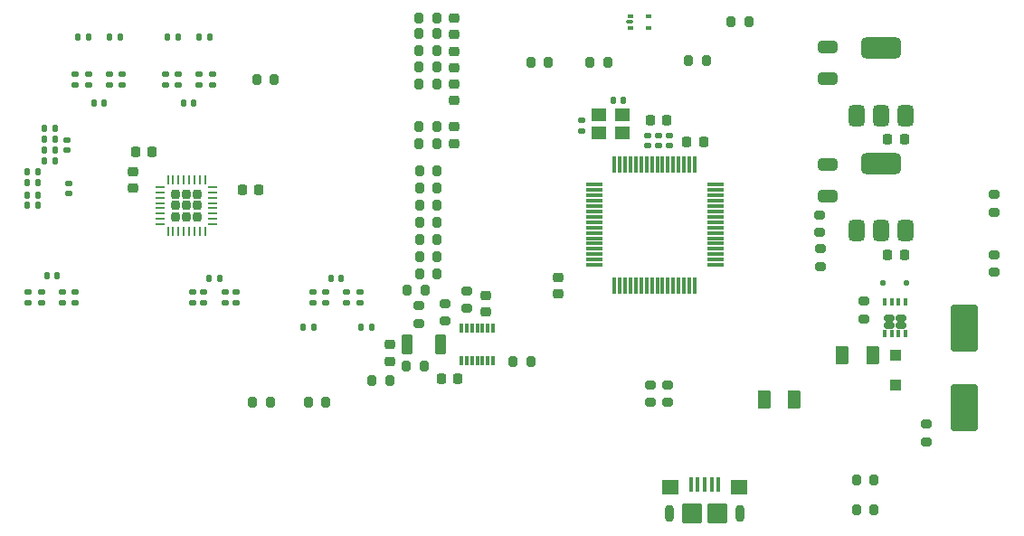
<source format=gbr>
%TF.GenerationSoftware,KiCad,Pcbnew,9.0.0*%
%TF.CreationDate,2025-07-15T20:23:25+12:00*%
%TF.ProjectId,ADC_Board,4144435f-426f-4617-9264-2e6b69636164,B*%
%TF.SameCoordinates,Original*%
%TF.FileFunction,Paste,Top*%
%TF.FilePolarity,Positive*%
%FSLAX46Y46*%
G04 Gerber Fmt 4.6, Leading zero omitted, Abs format (unit mm)*
G04 Created by KiCad (PCBNEW 9.0.0) date 2025-07-15 20:23:25*
%MOMM*%
%LPD*%
G01*
G04 APERTURE LIST*
G04 Aperture macros list*
%AMRoundRect*
0 Rectangle with rounded corners*
0 $1 Rounding radius*
0 $2 $3 $4 $5 $6 $7 $8 $9 X,Y pos of 4 corners*
0 Add a 4 corners polygon primitive as box body*
4,1,4,$2,$3,$4,$5,$6,$7,$8,$9,$2,$3,0*
0 Add four circle primitives for the rounded corners*
1,1,$1+$1,$2,$3*
1,1,$1+$1,$4,$5*
1,1,$1+$1,$6,$7*
1,1,$1+$1,$8,$9*
0 Add four rect primitives between the rounded corners*
20,1,$1+$1,$2,$3,$4,$5,0*
20,1,$1+$1,$4,$5,$6,$7,0*
20,1,$1+$1,$6,$7,$8,$9,0*
20,1,$1+$1,$8,$9,$2,$3,0*%
G04 Aperture macros list end*
%ADD10RoundRect,0.207500X0.207500X-0.207500X0.207500X0.207500X-0.207500X0.207500X-0.207500X-0.207500X0*%
%ADD11RoundRect,0.062500X0.062500X-0.375000X0.062500X0.375000X-0.062500X0.375000X-0.062500X-0.375000X0*%
%ADD12RoundRect,0.062500X0.375000X-0.062500X0.375000X0.062500X-0.375000X0.062500X-0.375000X-0.062500X0*%
%ADD13RoundRect,0.200000X0.275000X-0.200000X0.275000X0.200000X-0.275000X0.200000X-0.275000X-0.200000X0*%
%ADD14RoundRect,0.200000X-0.200000X-0.275000X0.200000X-0.275000X0.200000X0.275000X-0.200000X0.275000X0*%
%ADD15RoundRect,0.225000X-0.250000X0.225000X-0.250000X-0.225000X0.250000X-0.225000X0.250000X0.225000X0*%
%ADD16RoundRect,0.140000X0.170000X-0.140000X0.170000X0.140000X-0.170000X0.140000X-0.170000X-0.140000X0*%
%ADD17RoundRect,0.250000X0.275000X0.700000X-0.275000X0.700000X-0.275000X-0.700000X0.275000X-0.700000X0*%
%ADD18RoundRect,0.140000X-0.170000X0.140000X-0.170000X-0.140000X0.170000X-0.140000X0.170000X0.140000X0*%
%ADD19RoundRect,0.135000X-0.185000X0.135000X-0.185000X-0.135000X0.185000X-0.135000X0.185000X0.135000X0*%
%ADD20RoundRect,0.135000X0.135000X0.185000X-0.135000X0.185000X-0.135000X-0.185000X0.135000X-0.185000X0*%
%ADD21RoundRect,0.135000X-0.135000X-0.185000X0.135000X-0.185000X0.135000X0.185000X-0.135000X0.185000X0*%
%ADD22RoundRect,0.200000X-0.275000X0.200000X-0.275000X-0.200000X0.275000X-0.200000X0.275000X0.200000X0*%
%ADD23RoundRect,0.140000X0.140000X0.170000X-0.140000X0.170000X-0.140000X-0.170000X0.140000X-0.170000X0*%
%ADD24RoundRect,0.200000X0.200000X0.275000X-0.200000X0.275000X-0.200000X-0.275000X0.200000X-0.275000X0*%
%ADD25RoundRect,0.125000X0.125000X0.125000X-0.125000X0.125000X-0.125000X-0.125000X0.125000X-0.125000X0*%
%ADD26RoundRect,0.225000X-0.225000X-0.250000X0.225000X-0.250000X0.225000X0.250000X-0.225000X0.250000X0*%
%ADD27RoundRect,0.135000X0.185000X-0.135000X0.185000X0.135000X-0.185000X0.135000X-0.185000X-0.135000X0*%
%ADD28RoundRect,0.225000X0.250000X-0.225000X0.250000X0.225000X-0.250000X0.225000X-0.250000X-0.225000X0*%
%ADD29RoundRect,0.225000X0.225000X0.250000X-0.225000X0.250000X-0.225000X-0.250000X0.225000X-0.250000X0*%
%ADD30RoundRect,0.095000X-0.155000X-0.095000X0.155000X-0.095000X0.155000X0.095000X-0.155000X0.095000X0*%
%ADD31RoundRect,0.075000X-0.250000X-0.075000X0.250000X-0.075000X0.250000X0.075000X-0.250000X0.075000X0*%
%ADD32R,0.304800X0.972299*%
%ADD33RoundRect,0.140000X-0.140000X-0.170000X0.140000X-0.170000X0.140000X0.170000X-0.140000X0.170000X0*%
%ADD34RoundRect,0.250000X-0.650000X0.325000X-0.650000X-0.325000X0.650000X-0.325000X0.650000X0.325000X0*%
%ADD35RoundRect,0.375000X0.375000X-0.625000X0.375000X0.625000X-0.375000X0.625000X-0.375000X-0.625000X0*%
%ADD36RoundRect,0.500000X1.400000X-0.500000X1.400000X0.500000X-1.400000X0.500000X-1.400000X-0.500000X0*%
%ADD37RoundRect,0.250000X-1.000000X1.950000X-1.000000X-1.950000X1.000000X-1.950000X1.000000X1.950000X0*%
%ADD38RoundRect,0.250000X0.375000X0.625000X-0.375000X0.625000X-0.375000X-0.625000X0.375000X-0.625000X0*%
%ADD39RoundRect,0.075000X-0.075000X0.700000X-0.075000X-0.700000X0.075000X-0.700000X0.075000X0.700000X0*%
%ADD40RoundRect,0.075000X-0.700000X0.075000X-0.700000X-0.075000X0.700000X-0.075000X0.700000X0.075000X0*%
%ADD41RoundRect,0.150000X-0.350000X0.150000X-0.350000X-0.150000X0.350000X-0.150000X0.350000X0.150000X0*%
%ADD42RoundRect,0.105000X-0.105000X0.245000X-0.105000X-0.245000X0.105000X-0.245000X0.105000X0.245000X0*%
%ADD43RoundRect,0.250000X-0.375000X-0.625000X0.375000X-0.625000X0.375000X0.625000X-0.375000X0.625000X0*%
%ADD44R,1.400000X1.200000*%
%ADD45RoundRect,0.250000X0.300000X-0.300000X0.300000X0.300000X-0.300000X0.300000X-0.300000X-0.300000X0*%
%ADD46RoundRect,0.100000X-0.100000X-0.575000X0.100000X-0.575000X0.100000X0.575000X-0.100000X0.575000X0*%
%ADD47O,0.900000X1.600000*%
%ADD48RoundRect,0.250000X-0.550000X-0.450000X0.550000X-0.450000X0.550000X0.450000X-0.550000X0.450000X0*%
%ADD49RoundRect,0.250000X-0.700000X-0.700000X0.700000X-0.700000X0.700000X0.700000X-0.700000X0.700000X0*%
G04 APERTURE END LIST*
D10*
%TO.C,U5*%
X110970000Y-90630000D03*
X112000000Y-90630000D03*
X113030000Y-90630000D03*
X110970000Y-89600000D03*
X112000000Y-89600000D03*
X113030000Y-89600000D03*
X110970000Y-88570000D03*
X112000000Y-88570000D03*
X113030000Y-88570000D03*
D11*
X110250000Y-92037500D03*
X110750000Y-92037500D03*
X111250000Y-92037500D03*
X111750000Y-92037500D03*
X112250000Y-92037500D03*
X112750000Y-92037500D03*
X113250000Y-92037500D03*
X113750000Y-92037500D03*
D12*
X114437500Y-91350000D03*
X114437500Y-90850000D03*
X114437500Y-90350000D03*
X114437500Y-89850000D03*
X114437500Y-89350000D03*
X114437500Y-88850000D03*
X114437500Y-88350000D03*
X114437500Y-87850000D03*
D11*
X113750000Y-87162500D03*
X113250000Y-87162500D03*
X112750000Y-87162500D03*
X112250000Y-87162500D03*
X111750000Y-87162500D03*
X111250000Y-87162500D03*
X110750000Y-87162500D03*
X110250000Y-87162500D03*
D12*
X109562500Y-87850000D03*
X109562500Y-88350000D03*
X109562500Y-88850000D03*
X109562500Y-89350000D03*
X109562500Y-89850000D03*
X109562500Y-90350000D03*
X109562500Y-90850000D03*
X109562500Y-91350000D03*
%TD*%
D13*
%TO.C,R61*%
X133700000Y-100625000D03*
X133700000Y-98975000D03*
%TD*%
D14*
%TO.C,R60*%
X132675000Y-97500000D03*
X134325000Y-97500000D03*
%TD*%
%TO.C,R59*%
X133775000Y-73500000D03*
X135425000Y-73500000D03*
%TD*%
%TO.C,R58*%
X133775000Y-76600000D03*
X135425000Y-76600000D03*
%TD*%
%TO.C,R57*%
X133775000Y-82200000D03*
X135425000Y-82200000D03*
%TD*%
D15*
%TO.C,C44*%
X146800000Y-96325000D03*
X146800000Y-97875000D03*
%TD*%
D16*
%TO.C,C1*%
X155200000Y-84000000D03*
X155200000Y-83040000D03*
%TD*%
D17*
%TO.C,FB1*%
X135775000Y-102600000D03*
X132625000Y-102600000D03*
%TD*%
D15*
%TO.C,C43*%
X137000000Y-72025000D03*
X137000000Y-73575000D03*
%TD*%
%TO.C,C32*%
X137000000Y-78225000D03*
X137000000Y-79775000D03*
%TD*%
D18*
%TO.C,C33*%
X128200000Y-97720000D03*
X128200000Y-98680000D03*
%TD*%
D16*
%TO.C,C37*%
X101600000Y-78280000D03*
X101600000Y-77320000D03*
%TD*%
%TO.C,C35*%
X123800000Y-98680000D03*
X123800000Y-97720000D03*
%TD*%
D19*
%TO.C,R38*%
X125000000Y-97690000D03*
X125000000Y-98710000D03*
%TD*%
D20*
%TO.C,R39*%
X123910000Y-101000000D03*
X122890000Y-101000000D03*
%TD*%
D16*
%TO.C,C31*%
X97200000Y-98680000D03*
X97200000Y-97720000D03*
%TD*%
D21*
%TO.C,R41*%
X101780000Y-73800000D03*
X102800000Y-73800000D03*
%TD*%
D14*
%TO.C,R35*%
X133775000Y-78200000D03*
X135425000Y-78200000D03*
%TD*%
D15*
%TO.C,C28*%
X137000000Y-75150000D03*
X137000000Y-76700000D03*
%TD*%
D18*
%TO.C,C25*%
X116600000Y-97720000D03*
X116600000Y-98680000D03*
%TD*%
D22*
%TO.C,R13*%
X181200000Y-110075000D03*
X181200000Y-111725000D03*
%TD*%
D23*
%TO.C,C30*%
X99880000Y-96200000D03*
X98920000Y-96200000D03*
%TD*%
%TO.C,C6*%
X152880000Y-79700000D03*
X151920000Y-79700000D03*
%TD*%
D13*
%TO.C,R12*%
X171300000Y-95312500D03*
X171300000Y-93662500D03*
%TD*%
D14*
%TO.C,R29*%
X133775000Y-75100000D03*
X135425000Y-75100000D03*
%TD*%
D15*
%TO.C,C15*%
X131000000Y-102625000D03*
X131000000Y-104175000D03*
%TD*%
D14*
%TO.C,R40*%
X133775000Y-83800000D03*
X135425000Y-83800000D03*
%TD*%
D20*
%TO.C,R19*%
X99710000Y-84400000D03*
X98690000Y-84400000D03*
%TD*%
D24*
%TO.C,R32*%
X135454319Y-86380518D03*
X133804319Y-86380518D03*
%TD*%
D13*
%TO.C,R17*%
X171275000Y-92112500D03*
X171275000Y-90462500D03*
%TD*%
D19*
%TO.C,R34*%
X98400000Y-97690000D03*
X98400000Y-98710000D03*
%TD*%
D16*
%TO.C,C2*%
X156200000Y-84000000D03*
X156200000Y-83040000D03*
%TD*%
D24*
%TO.C,R26*%
X135454319Y-89580518D03*
X133804319Y-89580518D03*
%TD*%
D20*
%TO.C,R21*%
X98110000Y-88600000D03*
X97090000Y-88600000D03*
%TD*%
D24*
%TO.C,R52*%
X164625000Y-72400000D03*
X162975000Y-72400000D03*
%TD*%
D25*
%TO.C,D3*%
X179400000Y-96800000D03*
X177200000Y-96800000D03*
%TD*%
D23*
%TO.C,C18*%
X99680000Y-85400000D03*
X98720000Y-85400000D03*
%TD*%
D16*
%TO.C,C20*%
X100800000Y-84380000D03*
X100800000Y-83420000D03*
%TD*%
D18*
%TO.C,C42*%
X114400000Y-77300000D03*
X114400000Y-78260000D03*
%TD*%
D20*
%TO.C,R23*%
X98110000Y-87400000D03*
X97090000Y-87400000D03*
%TD*%
D26*
%TO.C,C4*%
X158825000Y-83600000D03*
X160375000Y-83600000D03*
%TD*%
D24*
%TO.C,R22*%
X135454319Y-95980518D03*
X133804319Y-95980518D03*
%TD*%
%TO.C,R33*%
X135454319Y-92780518D03*
X133804319Y-92780518D03*
%TD*%
D27*
%TO.C,R42*%
X102800000Y-78310000D03*
X102800000Y-77290000D03*
%TD*%
D22*
%TO.C,R5*%
X157000000Y-106375000D03*
X157000000Y-108025000D03*
%TD*%
%TO.C,R10*%
X136200000Y-98775000D03*
X136200000Y-100425000D03*
%TD*%
D19*
%TO.C,R37*%
X127000000Y-97690000D03*
X127000000Y-98710000D03*
%TD*%
D26*
%TO.C,C3*%
X155425000Y-81600000D03*
X156975000Y-81600000D03*
%TD*%
D18*
%TO.C,C39*%
X106000000Y-77320000D03*
X106000000Y-78280000D03*
%TD*%
D16*
%TO.C,C7*%
X149000000Y-82580000D03*
X149000000Y-81620000D03*
%TD*%
D28*
%TO.C,C9*%
X140000000Y-99575000D03*
X140000000Y-98025000D03*
%TD*%
D29*
%TO.C,C13*%
X179175000Y-94200000D03*
X177625000Y-94200000D03*
%TD*%
D24*
%TO.C,R11*%
X134225000Y-104600000D03*
X132575000Y-104600000D03*
%TD*%
D30*
%TO.C,D2*%
X153550000Y-71860000D03*
D31*
X153470000Y-72400000D03*
D30*
X153550000Y-72940000D03*
X155250000Y-72940000D03*
X155250000Y-71860000D03*
%TD*%
D16*
%TO.C,C5*%
X157200000Y-84000000D03*
X157200000Y-83040000D03*
%TD*%
D20*
%TO.C,R36*%
X129310000Y-101000000D03*
X128290000Y-101000000D03*
%TD*%
D29*
%TO.C,C11*%
X179175000Y-83400000D03*
X177625000Y-83400000D03*
%TD*%
D21*
%TO.C,R44*%
X104800000Y-73800000D03*
X105820000Y-73800000D03*
%TD*%
D32*
%TO.C,U2*%
X140700378Y-101059749D03*
X140200252Y-101059749D03*
X139700126Y-101059749D03*
X139200000Y-101059749D03*
X138699874Y-101059749D03*
X138199748Y-101059749D03*
X137699622Y-101059749D03*
X137699622Y-104140251D03*
X138199748Y-104140251D03*
X138699874Y-104140251D03*
X139200000Y-104140251D03*
X139700126Y-104140251D03*
X140200252Y-104140251D03*
X140700378Y-104140251D03*
%TD*%
D33*
%TO.C,C24*%
X97120000Y-86400000D03*
X98080000Y-86400000D03*
%TD*%
D34*
%TO.C,C12*%
X172000000Y-85725000D03*
X172000000Y-88675000D03*
%TD*%
D23*
%TO.C,C34*%
X126480000Y-96400000D03*
X125520000Y-96400000D03*
%TD*%
%TO.C,C22*%
X98080000Y-89600000D03*
X97120000Y-89600000D03*
%TD*%
D33*
%TO.C,C21*%
X98720000Y-82400000D03*
X99680000Y-82400000D03*
%TD*%
D35*
%TO.C,U3*%
X174700000Y-81150000D03*
X177000000Y-81150000D03*
D36*
X177000000Y-74850000D03*
D35*
X179300000Y-81150000D03*
%TD*%
D22*
%TO.C,R9*%
X138200000Y-97575000D03*
X138200000Y-99225000D03*
%TD*%
D19*
%TO.C,R31*%
X100400000Y-97690000D03*
X100400000Y-98710000D03*
%TD*%
D27*
%TO.C,R43*%
X104800000Y-78310000D03*
X104800000Y-77290000D03*
%TD*%
D24*
%TO.C,R30*%
X135454319Y-91180518D03*
X133804319Y-91180518D03*
%TD*%
D14*
%TO.C,R8*%
X118200000Y-108000000D03*
X119850000Y-108000000D03*
%TD*%
D33*
%TO.C,C41*%
X111720000Y-79980000D03*
X112680000Y-79980000D03*
%TD*%
D24*
%TO.C,R27*%
X135454319Y-87980518D03*
X133804319Y-87980518D03*
%TD*%
D14*
%TO.C,R7*%
X142575000Y-104200000D03*
X144225000Y-104200000D03*
%TD*%
D34*
%TO.C,C10*%
X172000000Y-74725000D03*
X172000000Y-77675000D03*
%TD*%
D24*
%TO.C,R55*%
X160625000Y-76000000D03*
X158975000Y-76000000D03*
%TD*%
%TO.C,R18*%
X131025000Y-106000000D03*
X129375000Y-106000000D03*
%TD*%
D19*
%TO.C,R28*%
X113600000Y-97690000D03*
X113600000Y-98710000D03*
%TD*%
D22*
%TO.C,R16*%
X175400000Y-98575000D03*
X175400000Y-100225000D03*
%TD*%
D19*
%TO.C,R25*%
X115600000Y-97690000D03*
X115600000Y-98710000D03*
%TD*%
D14*
%TO.C,R46*%
X118575000Y-77800000D03*
X120225000Y-77800000D03*
%TD*%
D23*
%TO.C,C26*%
X115080000Y-96400000D03*
X114120000Y-96400000D03*
%TD*%
D27*
%TO.C,R47*%
X111200000Y-78290000D03*
X111200000Y-77270000D03*
%TD*%
D37*
%TO.C,C14*%
X184800000Y-101100000D03*
X184800000Y-108500000D03*
%TD*%
D38*
%TO.C,F1*%
X168900000Y-107800000D03*
X166100000Y-107800000D03*
%TD*%
D14*
%TO.C,R14*%
X174675000Y-115300000D03*
X176325000Y-115300000D03*
%TD*%
D21*
%TO.C,R45*%
X110180000Y-73780000D03*
X111200000Y-73780000D03*
%TD*%
D24*
%TO.C,R24*%
X135454319Y-94380518D03*
X133804319Y-94380518D03*
%TD*%
D16*
%TO.C,C27*%
X112600000Y-98680000D03*
X112600000Y-97720000D03*
%TD*%
D39*
%TO.C,U1*%
X159550000Y-85725000D03*
X159050000Y-85725000D03*
X158550000Y-85725000D03*
X158050000Y-85725000D03*
X157550000Y-85725000D03*
X157050000Y-85725000D03*
X156550000Y-85725000D03*
X156050000Y-85725000D03*
X155550000Y-85725000D03*
X155050000Y-85725000D03*
X154550000Y-85725000D03*
X154050000Y-85725000D03*
X153550000Y-85725000D03*
X153050000Y-85725000D03*
X152550000Y-85725000D03*
X152050000Y-85725000D03*
D40*
X150125000Y-87650000D03*
X150125000Y-88150000D03*
X150125000Y-88650000D03*
X150125000Y-89150000D03*
X150125000Y-89650000D03*
X150125000Y-90150000D03*
X150125000Y-90650000D03*
X150125000Y-91150000D03*
X150125000Y-91650000D03*
X150125000Y-92150000D03*
X150125000Y-92650000D03*
X150125000Y-93150000D03*
X150125000Y-93650000D03*
X150125000Y-94150000D03*
X150125000Y-94650000D03*
X150125000Y-95150000D03*
D39*
X152050000Y-97075000D03*
X152550000Y-97075000D03*
X153050000Y-97075000D03*
X153550000Y-97075000D03*
X154050000Y-97075000D03*
X154550000Y-97075000D03*
X155050000Y-97075000D03*
X155550000Y-97075000D03*
X156050000Y-97075000D03*
X156550000Y-97075000D03*
X157050000Y-97075000D03*
X157550000Y-97075000D03*
X158050000Y-97075000D03*
X158550000Y-97075000D03*
X159050000Y-97075000D03*
X159550000Y-97075000D03*
D40*
X161475000Y-95150000D03*
X161475000Y-94650000D03*
X161475000Y-94150000D03*
X161475000Y-93650000D03*
X161475000Y-93150000D03*
X161475000Y-92650000D03*
X161475000Y-92150000D03*
X161475000Y-91650000D03*
X161475000Y-91150000D03*
X161475000Y-90650000D03*
X161475000Y-90150000D03*
X161475000Y-89650000D03*
X161475000Y-89150000D03*
X161475000Y-88650000D03*
X161475000Y-88150000D03*
X161475000Y-87650000D03*
%TD*%
D27*
%TO.C,R49*%
X113200000Y-78290000D03*
X113200000Y-77270000D03*
%TD*%
D24*
%TO.C,R53*%
X151425000Y-76200000D03*
X149775000Y-76200000D03*
%TD*%
%TO.C,R48*%
X135425000Y-72000000D03*
X133775000Y-72000000D03*
%TD*%
D18*
%TO.C,C29*%
X101600000Y-97720000D03*
X101600000Y-98680000D03*
%TD*%
D35*
%TO.C,U4*%
X174700000Y-91950000D03*
X177000000Y-91950000D03*
D36*
X177000000Y-85650000D03*
D35*
X179300000Y-91950000D03*
%TD*%
D20*
%TO.C,R20*%
X99710000Y-83400000D03*
X98690000Y-83400000D03*
%TD*%
D14*
%TO.C,R15*%
X174675000Y-118100000D03*
X176325000Y-118100000D03*
%TD*%
D28*
%TO.C,C36*%
X137000000Y-83775000D03*
X137000000Y-82225000D03*
%TD*%
D16*
%TO.C,C23*%
X101000000Y-88480000D03*
X101000000Y-87520000D03*
%TD*%
D29*
%TO.C,C19*%
X108775000Y-84600000D03*
X107225000Y-84600000D03*
%TD*%
D41*
%TO.C,Q1*%
X178890000Y-100120000D03*
X177760000Y-100120000D03*
X178890000Y-100830000D03*
X177760000Y-100830000D03*
D42*
X179300000Y-101600000D03*
X178650000Y-101600000D03*
X178000000Y-101600000D03*
X177350000Y-101600000D03*
X179300000Y-98600000D03*
X178650000Y-98600000D03*
X178000000Y-98600000D03*
X177350000Y-98600000D03*
%TD*%
D43*
%TO.C,F2*%
X173400000Y-103600000D03*
X176200000Y-103600000D03*
%TD*%
D29*
%TO.C,C8*%
X137375000Y-105800000D03*
X135825000Y-105800000D03*
%TD*%
D44*
%TO.C,Y1*%
X152800000Y-81100000D03*
X150600000Y-81100000D03*
X150600000Y-82800000D03*
X152800000Y-82800000D03*
%TD*%
D45*
%TO.C,D4*%
X178400000Y-106400000D03*
X178400000Y-103600000D03*
%TD*%
D33*
%TO.C,C38*%
X103320000Y-80000000D03*
X104280000Y-80000000D03*
%TD*%
D14*
%TO.C,R56*%
X144200000Y-76200000D03*
X145850000Y-76200000D03*
%TD*%
D24*
%TO.C,R6*%
X125025000Y-108000000D03*
X123375000Y-108000000D03*
%TD*%
D22*
%TO.C,R4*%
X155400000Y-106375000D03*
X155400000Y-108025000D03*
%TD*%
D21*
%TO.C,R50*%
X113200000Y-73780000D03*
X114220000Y-73780000D03*
%TD*%
D13*
%TO.C,R51*%
X187600000Y-95825000D03*
X187600000Y-94175000D03*
%TD*%
D26*
%TO.C,C16*%
X117225000Y-88100000D03*
X118775000Y-88100000D03*
%TD*%
D46*
%TO.C,J4*%
X159200000Y-115725000D03*
X159850000Y-115725000D03*
X160500000Y-115725000D03*
X161150000Y-115725000D03*
X161800000Y-115725000D03*
D47*
X157200000Y-118400000D03*
D48*
X157300000Y-115950000D03*
D49*
X159300000Y-118400000D03*
X161700000Y-118400000D03*
D48*
X163700000Y-115950000D03*
D47*
X163800000Y-118400000D03*
%TD*%
D22*
%TO.C,R54*%
X187600000Y-88575000D03*
X187600000Y-90225000D03*
%TD*%
D28*
%TO.C,C17*%
X107000000Y-87975000D03*
X107000000Y-86425000D03*
%TD*%
D16*
%TO.C,C40*%
X110000000Y-78260000D03*
X110000000Y-77300000D03*
%TD*%
M02*

</source>
